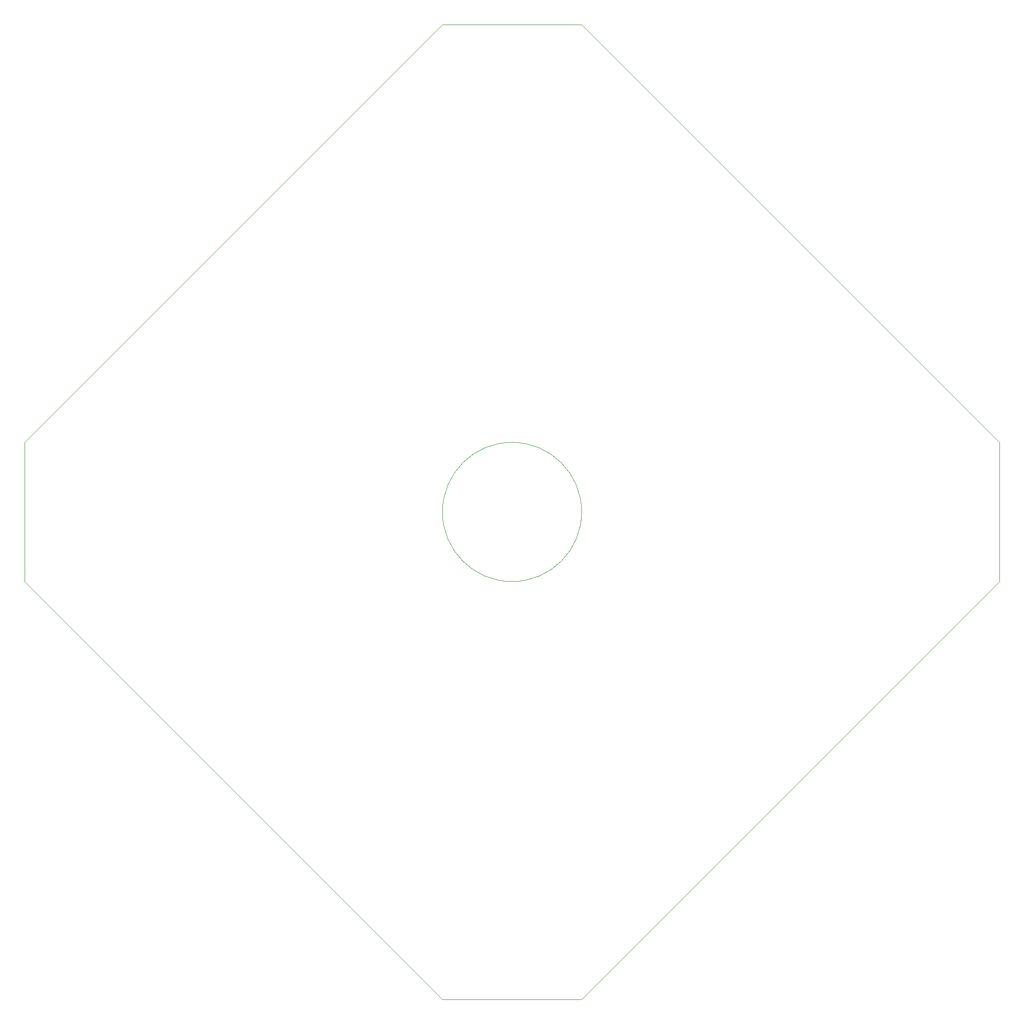
<source format=gm1>
%TF.GenerationSoftware,KiCad,Pcbnew,(6.0.2)*%
%TF.CreationDate,2022-04-07T11:24:37-04:00*%
%TF.ProjectId,Grad_Cap_v2,47726164-5f43-4617-905f-76322e6b6963,v01*%
%TF.SameCoordinates,Original*%
%TF.FileFunction,Profile,NP*%
%FSLAX46Y46*%
G04 Gerber Fmt 4.6, Leading zero omitted, Abs format (unit mm)*
G04 Created by KiCad (PCBNEW (6.0.2)) date 2022-04-07 11:24:37*
%MOMM*%
%LPD*%
G01*
G04 APERTURE LIST*
%TA.AperFunction,Profile*%
%ADD10C,0.025400*%
%TD*%
%TA.AperFunction,Profile*%
%ADD11C,0.100000*%
%TD*%
G04 APERTURE END LIST*
D10*
X165100000Y-93980000D02*
G75*
G03*
X165100000Y-93980000I-12700000J0D01*
G01*
X63500000Y-81280000D02*
X139700000Y-5080000D01*
D11*
X139700000Y-182880000D02*
X165100000Y-182880000D01*
D10*
X241300000Y-106680000D02*
X165100000Y-182880000D01*
X139700000Y-182880000D02*
X63500000Y-106680000D01*
D11*
X63500000Y-81280000D02*
X63500000Y-106680000D01*
X241300000Y-106680000D02*
X241300000Y-81280000D01*
D10*
X165100000Y-5080000D02*
X241300000Y-81280000D01*
D11*
X165100000Y-5080000D02*
X139700000Y-5080000D01*
M02*

</source>
